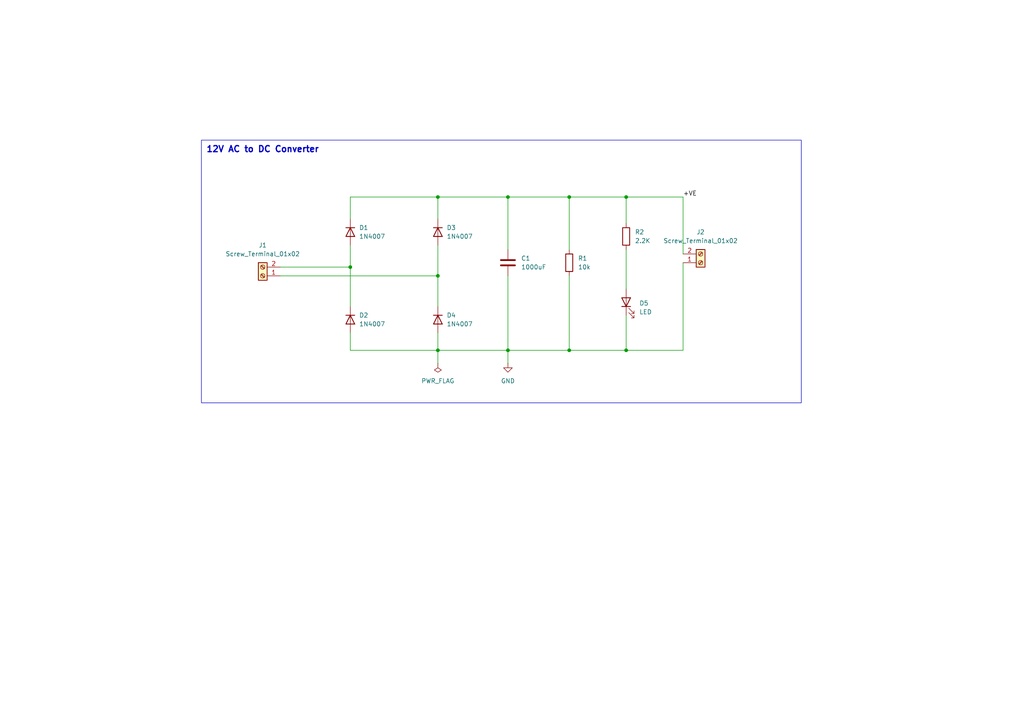
<source format=kicad_sch>
(kicad_sch (version 20231120) (generator "eeschema") (generator_version "8.0")
  (paper "A4")
  (title_block (title "AC to Dc Converter") (date "2025-02-21"))
  (lib_symbols
    (symbol "Connector:Screw_Terminal_01x02" (pin_names (offset 1.016) hide)
      (property "Reference" "J" (at 0 2.54 0))
      (property "Value" "Screw_Terminal_01x02" (at 0 -5.08 0))
      (symbol "Screw_Terminal_01x02_1_1"
        (rectangle (start -1.27 1.27) (end 1.27 -3.81) (stroke (width 0.254)) (fill (type background)))
        (circle (center 0 -2.54) (radius 0.635) (stroke (width 0.1524)))
        (polyline (pts (xy -0.5334 -2.2098) (xy 0.3302 -3.048)) (stroke (width 0.1524)))
        (polyline (pts (xy -0.5334 0.3302) (xy 0.3302 -0.508)) (stroke (width 0.1524)))
        (polyline (pts (xy -0.3556 -2.032) (xy 0.508 -2.8702)) (stroke (width 0.1524)))
        (polyline (pts (xy -0.3556 0.508) (xy 0.508 -0.3302)) (stroke (width 0.1524)))
        (circle (center 0 0) (radius 0.635) (stroke (width 0.1524)))
        (pin passive line (at -5.08 0 0) (length 3.81) (name "Pin_1") (number "1"))
        (pin passive line (at -5.08 -2.54 0) (length 3.81) (name "Pin_2") (number "2"))
      )
    )
    (symbol "Device:C" (pin_numbers hide) (pin_names (offset 0.254))
      (property "Reference" "C" (at 0.635 2.54 0))
      (property "Value" "C" (at 0.635 -2.54 0))
      (symbol "C_0_1"
        (polyline (pts (xy -2.032 -0.762) (xy 2.032 -0.762)) (stroke (width 0.508)))
        (polyline (pts (xy -2.032 0.762) (xy 2.032 0.762)) (stroke (width 0.508)))
      )
      (symbol "C_1_1"
        (pin passive line (at 0 3.81 270) (length 2.794) (name "~") (number "1"))
        (pin passive line (at 0 -3.81 90) (length 2.794) (name "~") (number "2"))
      )
    )
    (symbol "Device:LED" (pin_numbers hide) (pin_names (offset 1.016) hide)
      (property "Reference" "D" (at 0 2.54 0))
      (property "Value" "LED" (at 0 -2.54 0))
      (symbol "LED_0_1"
        (polyline (pts (xy -1.27 -1.27) (xy -1.27 1.27)) (stroke (width 0.254)))
        (polyline (pts (xy -1.27 0) (xy 1.27 0)))
        (polyline (pts (xy 1.27 -1.27) (xy 1.27 1.27) (xy -1.27 0) (xy 1.27 -1.27)) (stroke (width 0.254)))
        (polyline (pts (xy -3.048 -0.762) (xy -4.572 -2.286) (xy -3.81 -2.286) (xy -4.572 -2.286) (xy -4.572 -1.524)))
        (polyline (pts (xy -1.778 -0.762) (xy -3.302 -2.286) (xy -2.54 -2.286) (xy -3.302 -2.286) (xy -3.302 -1.524)))
      )
      (symbol "LED_1_1"
        (pin passive line (at -3.81 0 0) (length 2.54) (name "K") (number "1"))
        (pin passive line (at 3.81 0 180) (length 2.54) (name "A") (number "2"))
      )
    )
    (symbol "Device:R" (pin_numbers hide) (pin_names (offset 0))
      (property "Reference" "R" (at 2.032 0 90))
      (property "Value" "R" (at 0 0 90))
      (symbol "R_0_1"
        (rectangle (start -1.016 -2.54) (end 1.016 2.54) (stroke (width 0.254)))
      )
      (symbol "R_1_1"
        (pin passive line (at 0 3.81 270) (length 1.27) (name "~") (number "1"))
        (pin passive line (at 0 -3.81 90) (length 1.27) (name "~") (number "2"))
      )
    )
    (symbol "Diode:1N4007" (pin_numbers hide) (pin_names hide)
      (property "Reference" "D" (at 0 2.54 0))
      (property "Value" "1N4007" (at 0 -2.54 0))
      (symbol "1N4007_0_1"
        (polyline (pts (xy -1.27 1.27) (xy -1.27 -1.27)) (stroke (width 0.254)))
        (polyline (pts (xy 1.27 0) (xy -1.27 0)))
        (polyline (pts (xy 1.27 1.27) (xy 1.27 -1.27) (xy -1.27 0) (xy 1.27 1.27)) (stroke (width 0.254)))
      )
      (symbol "1N4007_1_1"
        (pin passive line (at -3.81 0 0) (length 2.54) (name "K") (number "1"))
        (pin passive line (at 3.81 0 180) (length 2.54) (name "A") (number "2"))
      )
    )
    (symbol "power:GND" (power) (pin_numbers hide) (pin_names (offset 0) hide)
      (property "Value" "GND" (at 0 -3.81 0))
      (symbol "GND_0_1"
        (polyline (pts (xy 0 0) (xy 0 -1.27) (xy 1.27 -1.27) (xy 0 -2.54) (xy -1.27 -1.27) (xy 0 -1.27)))
      )
      (symbol "GND_1_1"
        (pin power_in line (at 0 0 270) (length 0) (name "~") (number "1"))
      )
    )
    (symbol "power:PWR_FLAG" (power) (pin_numbers hide) (pin_names (offset 0) hide)
      (property "Value" "PWR_FLAG" (at 0 3.81 0))
      (symbol "PWR_FLAG_0_0"
        (pin power_out line (at 0 0 90) (length 0) (name "~") (number "1"))
      )
      (symbol "PWR_FLAG_0_1"
        (polyline (pts (xy 0 0) (xy 0 1.27) (xy -1.016 1.905) (xy 0 2.54) (xy 1.016 1.905) (xy 0 1.27)))
      )
    )
  )
  (junction (at 127 57.15))
  (junction (at 101.6 77.47))
  (junction (at 147.32 101.6))
  (junction (at 127 101.6))
  (junction (at 181.61 101.6))
  (junction (at 147.32 57.15))
  (junction (at 127 80.01))
  (junction (at 165.1 101.6))
  (junction (at 165.1 57.15))
  (junction (at 181.61 57.15))
  (wire (pts (xy 147.32 72.39) (xy 147.32 57.15)))
  (wire (pts (xy 127 63.5) (xy 127 57.15)))
  (wire (pts (xy 101.6 88.9) (xy 101.6 77.47)))
  (wire (pts (xy 165.1 101.6) (xy 147.32 101.6)))
  (wire (pts (xy 127 80.01) (xy 127 71.12)))
  (wire (pts (xy 81.28 80.01) (xy 127 80.01)))
  (wire (pts (xy 127 105.41) (xy 127 101.6)))
  (wire (pts (xy 181.61 91.44) (xy 181.61 101.6)))
  (wire (pts (xy 165.1 57.15) (xy 181.61 57.15)))
  (wire (pts (xy 198.12 73.66) (xy 198.12 57.15)))
  (wire (pts (xy 101.6 101.6) (xy 127 101.6)))
  (wire (pts (xy 181.61 64.77) (xy 181.61 57.15)))
  (wire (pts (xy 181.61 101.6) (xy 165.1 101.6)))
  (wire (pts (xy 181.61 83.82) (xy 181.61 72.39)))
  (wire (pts (xy 147.32 105.41) (xy 147.32 101.6)))
  (wire (pts (xy 81.28 77.47) (xy 101.6 77.47)))
  (wire (pts (xy 147.32 57.15) (xy 165.1 57.15)))
  (wire (pts (xy 198.12 76.2) (xy 198.12 101.6)))
  (wire (pts (xy 101.6 57.15) (xy 101.6 63.5)))
  (wire (pts (xy 101.6 96.52) (xy 101.6 101.6)))
  (wire (pts (xy 165.1 80.01) (xy 165.1 101.6)))
  (wire (pts (xy 101.6 57.15) (xy 127 57.15)))
  (wire (pts (xy 127 101.6) (xy 127 96.52)))
  (wire (pts (xy 165.1 72.39) (xy 165.1 57.15)))
  (wire (pts (xy 198.12 101.6) (xy 181.61 101.6)))
  (wire (pts (xy 127 101.6) (xy 147.32 101.6)))
  (wire (pts (xy 181.61 57.15) (xy 198.12 57.15)))
  (wire (pts (xy 101.6 77.47) (xy 101.6 71.12)))
  (wire (pts (xy 147.32 80.01) (xy 147.32 101.6)))
  (wire (pts (xy 127 57.15) (xy 147.32 57.15)))
  (wire (pts (xy 127 88.9) (xy 127 80.01)))
  (rectangle (start 58.42 40.64) (end 232.41 116.84))
  (text "12V AC to DC Converter" (at 76.2 43.434 0) (effects (font (size 1.778 1.778) (thickness 0.3556) (bold yes))))
  (label "+VE" (at 198.12 57.15 0))
  (symbol (lib_id "Diode:1N4007") (at 101.6 92.71 270) (unit 1)
    (property "Reference" "D2" (at 104.14 91.4399 90) (effects (justify left)))
    (property "Value" "1N4007" (at 104.14 93.9799 90) (effects (justify left)))
    (property "Footprint" "Diode_THT:D_DO-41_SOD81_P10.16mm_Horizontal" (effects (hide yes)))
    (property "Datasheet" "http://www.vishay.com/docs/88503/1n4001.pdf" (effects (hide yes)))
    (property "Description" "1000V 1A General Purpose Rectifier Diode, DO-41" (effects (hide yes)))
    (property "Sim.Device" "D" (effects (hide yes)))
    (property "Sim.Pins" "1=K 2=A" (effects (hide yes)))
  )
  (symbol (lib_id "Device:R") (at 181.61 68.58 0) (unit 1)
    (property "Reference" "R2" (at 184.15 67.3099 0) (effects (justify left)))
    (property "Value" "2.2K" (at 184.15 69.8499 0) (effects (justify left)))
    (property "Footprint" "Resistor_THT:R_Axial_DIN0204_L3.6mm_D1.6mm_P7.62mm_Horizontal" (effects (hide yes)))
    (property "Description" "Resistor" (effects (hide yes)))
  )
  (symbol (lib_id "Connector:Screw_Terminal_01x02") (at 203.2 76.2 0) (mirror x) (unit 1)
    (property "Reference" "J2" (at 203.2 67.31 0))
    (property "Value" "Screw_Terminal_01x02" (at 203.2 69.85 0))
    (property "Footprint" "TerminalBlock:TerminalBlock_bornier-2_P5.08mm" (effects (hide yes)))
    (property "Description" "Generic screw terminal, single row, 01x02, script generated (kicad-library-utils/schlib/autogen/connector/)" (effects (hide yes)))
  )
  (symbol (lib_id "Device:C") (at 147.32 76.2 0) (unit 1)
    (property "Reference" "C1" (at 151.13 74.9299 0) (effects (justify left)))
    (property "Value" "1000uF" (at 151.13 77.4699 0) (effects (justify left)))
    (property "Footprint" "Capacitor_THT:CP_Radial_D8.0mm_P3.50mm" (effects (hide yes)))
    (property "Description" "Unpolarized capacitor" (effects (hide yes)))
  )
  (symbol (lib_id "Device:LED") (at 181.61 87.63 90) (unit 1)
    (property "Reference" "D5" (at 185.42 87.9474 90) (effects (justify right)))
    (property "Value" "LED" (at 185.42 90.4874 90) (effects (justify right)))
    (property "Footprint" "LED_THT:LED_D5.0mm" (effects (hide yes)))
    (property "Description" "Light emitting diode" (effects (hide yes)))
  )
  (symbol (lib_id "Device:R") (at 165.1 76.2 0) (unit 1)
    (property "Reference" "R1" (at 167.64 74.9299 0) (effects (justify left)))
    (property "Value" "10k" (at 167.64 77.4699 0) (effects (justify left)))
    (property "Footprint" "Resistor_THT:R_Axial_DIN0204_L3.6mm_D1.6mm_P7.62mm_Horizontal" (effects (hide yes)))
    (property "Description" "Resistor" (effects (hide yes)))
  )
  (symbol (lib_id "Diode:1N4007") (at 101.6 67.31 270) (unit 1)
    (property "Reference" "D1" (at 104.14 66.0399 90) (effects (justify left)))
    (property "Value" "1N4007" (at 104.14 68.5799 90) (effects (justify left)))
    (property "Footprint" "Diode_THT:D_DO-41_SOD81_P10.16mm_Horizontal" (effects (hide yes)))
    (property "Datasheet" "http://www.vishay.com/docs/88503/1n4001.pdf" (effects (hide yes)))
    (property "Description" "1000V 1A General Purpose Rectifier Diode, DO-41" (effects (hide yes)))
    (property "Sim.Device" "D" (effects (hide yes)))
    (property "Sim.Pins" "1=K 2=A" (effects (hide yes)))
  )
  (symbol (lib_id "Diode:1N4007") (at 127 67.31 270) (unit 1)
    (property "Reference" "D3" (at 129.54 66.0399 90) (effects (justify left)))
    (property "Value" "1N4007" (at 129.54 68.5799 90) (effects (justify left)))
    (property "Footprint" "Diode_THT:D_DO-41_SOD81_P10.16mm_Horizontal" (effects (hide yes)))
    (property "Datasheet" "http://www.vishay.com/docs/88503/1n4001.pdf" (effects (hide yes)))
    (property "Description" "1000V 1A General Purpose Rectifier Diode, DO-41" (effects (hide yes)))
    (property "Sim.Device" "D" (effects (hide yes)))
    (property "Sim.Pins" "1=K 2=A" (effects (hide yes)))
  )
  (symbol (lib_id "power:GND") (at 147.32 105.41 0) (unit 1)
    (property "Reference" "#PWR01" (effects (hide yes)))
    (property "Value" "GND" (at 147.32 110.49 0))
    (property "Description" "Power symbol creates a global label with name \"GND\" , ground" (effects (hide yes)))
  )
  (symbol (lib_id "Diode:1N4007") (at 127 92.71 270) (unit 1)
    (property "Reference" "D4" (at 129.54 91.4399 90) (effects (justify left)))
    (property "Value" "1N4007" (at 129.54 93.9799 90) (effects (justify left)))
    (property "Footprint" "Diode_THT:D_DO-41_SOD81_P10.16mm_Horizontal" (effects (hide yes)))
    (property "Datasheet" "http://www.vishay.com/docs/88503/1n4001.pdf" (effects (hide yes)))
    (property "Description" "1000V 1A General Purpose Rectifier Diode, DO-41" (effects (hide yes)))
    (property "Sim.Device" "D" (effects (hide yes)))
    (property "Sim.Pins" "1=K 2=A" (effects (hide yes)))
  )
  (symbol (lib_id "power:PWR_FLAG") (at 127 105.41 180) (unit 1)
    (property "Reference" "#FLG01" (effects (hide yes)))
    (property "Value" "PWR_FLAG" (at 127 110.49 0))
    (property "Description" "Special symbol for telling ERC where power comes from" (effects (hide yes)))
  )
  (symbol (lib_id "Connector:Screw_Terminal_01x02") (at 76.2 80.01 180) (unit 1)
    (property "Reference" "J1" (at 76.2 71.12 0))
    (property "Value" "Screw_Terminal_01x02" (at 76.2 73.66 0))
    (property "Footprint" "TerminalBlock:TerminalBlock_bornier-2_P5.08mm" (effects (hide yes)))
    (property "Description" "Generic screw terminal, single row, 01x02, script generated (kicad-library-utils/schlib/autogen/connector/)" (effects (hide yes)))
  )
)
</source>
